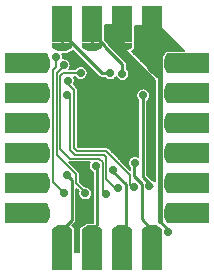
<source format=gbl>
G04 DipTrace 2.4.0.2*
%INPCA9685.gbl*%
%MOMM*%
%ADD10C,0.25*%
%ADD13C,0.152*%
%ADD15C,0.4*%
%ADD16C,0.254*%
%ADD21R,1.7X1.6*%
%ADD22R,1.7X2.032*%
%ADD23R,1.6X1.7*%
%ADD24R,2.032X1.7*%
%ADD40C,0.711*%
%ADD41C,0.711*%
%FSLAX53Y53*%
G04*
G71*
G90*
G75*
G01*
%LNBottom*%
%LPD*%
X13279Y27049D2*
D13*
Y26218D1*
X13039Y25978D1*
Y16480D1*
X13999Y15520D1*
X13944Y26345D2*
Y26252D1*
X13348Y25656D1*
Y18762D1*
X14995Y17115D1*
Y16350D1*
X15843Y15501D1*
X15767D1*
X15385Y25693D2*
X13870D1*
X13654Y25477D1*
Y19297D1*
X14499Y18452D1*
X16957D1*
X17240Y18169D1*
Y15739D1*
X17501Y15478D1*
X18521Y15996D2*
X18301D1*
X17561Y16736D1*
Y18617D1*
X17388Y18791D1*
X14887D1*
X14481Y19197D1*
Y23559D1*
X14244Y23796D1*
X14305Y25053D2*
Y24802D1*
X14830Y24278D1*
Y19332D1*
X15060Y19102D1*
X17544D1*
X19554Y17093D1*
Y16199D1*
X19705Y16048D1*
X19865D1*
X19889Y16072D1*
X21207Y16141D2*
D10*
X21385D1*
X20635Y16891D1*
Y23755D1*
X20677Y23797D1*
X18890Y27888D2*
D15*
Y29050D1*
Y30320D1*
Y29050D2*
Y27740D1*
X20739Y25892D1*
Y24749D1*
X20735Y24745D1*
X19467D1*
X17904Y23183D1*
X20735Y24745D2*
Y25087D1*
X21507Y24316D1*
Y18073D1*
X21309Y17875D1*
X17904Y23183D2*
X18984D1*
Y22148D1*
X18969Y22133D1*
Y20918D1*
Y19883D1*
X18984Y19868D1*
X17949D1*
X17934Y19883D1*
Y20903D1*
X17919Y20918D1*
X16704Y22133D1*
Y23168D1*
X16719Y23183D1*
X16878D1*
X17418Y22643D1*
Y22620D1*
X17904Y22133D1*
Y23183D2*
Y22133D1*
X16719Y23183D2*
X15669D1*
Y22148D1*
X15684Y22133D1*
Y20963D1*
X15669Y20948D1*
X16674D1*
X16689Y20933D1*
Y19913D1*
X16719Y19883D1*
X15669D1*
X10000Y26510D2*
D10*
X11270D1*
X12433D1*
Y23970D2*
X11270D1*
X10000D1*
X12433Y21430D2*
X11270D1*
X10000D1*
X12433Y18890D2*
X11270D1*
X10000D1*
X12433Y16350D2*
X11270D1*
X10000D1*
X12433Y13810D2*
X11270D1*
X10000D1*
X14214Y17060D2*
X14639Y16635D1*
Y13261D1*
X13810Y12433D1*
Y11270D1*
Y10000D1*
X16651Y17852D2*
X16789D1*
Y12872D1*
X16350Y12433D1*
Y11270D1*
Y10000D1*
X18153Y17443D2*
Y17324D1*
X19189Y16287D1*
Y12134D1*
X18890Y12433D1*
Y11270D1*
Y10000D1*
X19971Y18077D2*
X19921D1*
Y16956D1*
X20544Y16333D1*
Y13318D1*
X21430Y12433D1*
Y11270D1*
Y10000D1*
X22808Y13810D2*
X23970D1*
X25240D1*
X22808Y16350D2*
X23970D1*
X25240D1*
X22808Y18890D2*
X23970D1*
X25240D1*
X22808Y21430D2*
X23970D1*
X25240D1*
X22808Y23970D2*
X23970D1*
X25240D1*
X22808Y26510D2*
X23970D1*
X25240D1*
X18919Y25608D2*
Y26476D1*
X17458Y27937D1*
Y27942D1*
X16350Y29050D1*
Y30320D2*
Y29050D1*
Y27888D1*
X17899Y25663D2*
X17197D1*
X13810Y29050D1*
Y27888D2*
Y29050D1*
Y30320D1*
X21430Y27888D2*
D15*
Y29050D1*
Y30320D1*
Y29050D2*
Y27693D1*
X22080Y27044D1*
Y13160D1*
D16*
X22815Y12425D1*
Y12230D1*
D41*
X20735Y24745D3*
X20677Y23797D3*
X17899Y25663D3*
X18919Y25608D3*
X13279Y27049D3*
X13944Y26345D3*
X15385Y25693D3*
X14244Y23796D3*
X14305Y25053D3*
X14214Y17060D3*
X18153Y17443D3*
X19971Y18077D3*
X16651Y17852D3*
X22815Y12230D3*
X19889Y16072D3*
X21207Y16141D3*
X18521Y15996D3*
X13999Y15520D3*
X15767Y15501D3*
X17501Y15478D3*
X21309Y17875D3*
X17449Y29595D2*
D13*
X18345D1*
X17449Y29447D2*
X18404D1*
X17449Y29298D2*
X18461D1*
X17449Y29149D2*
X18521D1*
X17449Y29001D2*
X18580D1*
X17449Y28852D2*
X18639D1*
X17449Y28703D2*
X18696D1*
X17449Y28555D2*
X18756D1*
X17516Y28406D2*
X18815D1*
X17665Y28257D2*
X18875D1*
X17810Y28109D2*
X18932D1*
X17957Y27960D2*
X18991D1*
X18107Y27811D2*
X19050D1*
X18254Y27663D2*
X19110D1*
X14649Y27514D2*
X14823D1*
X18404D2*
X19167D1*
X14362Y27365D2*
X14972D1*
X18553D2*
X19252D1*
X13860Y27217D2*
X15120D1*
X18701D2*
X19409D1*
X13884Y27068D2*
X15269D1*
X18850D2*
X19566D1*
X14091Y26919D2*
X15419D1*
X18998D2*
X19722D1*
X14366Y26771D2*
X15566D1*
X19147D2*
X19879D1*
X14480Y26622D2*
X15716D1*
X19261D2*
X20036D1*
X14535Y26473D2*
X15863D1*
X19292D2*
X20193D1*
X14549Y26325D2*
X16013D1*
X19292D2*
X20349D1*
X14523Y26176D2*
X15032D1*
X15737D2*
X16162D1*
X19292D2*
X20506D1*
X14457Y26027D2*
X14885D1*
X15884D2*
X16310D1*
X19349D2*
X20663D1*
X15960Y25879D2*
X16459D1*
X19458D2*
X20820D1*
X15988Y25730D2*
X16606D1*
X19511D2*
X20976D1*
X15979Y25581D2*
X16756D1*
X19522D2*
X21133D1*
X15929Y25433D2*
X16906D1*
X19496D2*
X21290D1*
X14863Y25284D2*
X14945D1*
X15825D2*
X17433D1*
X19427D2*
X21447D1*
X14903Y25135D2*
X15177D1*
X15592D2*
X17621D1*
X18178D2*
X18552D1*
X19287D2*
X21603D1*
X14905Y24987D2*
X21632D1*
X14870Y24838D2*
X21632D1*
X14872Y24689D2*
X21632D1*
X15019Y24541D2*
X21632D1*
X15133Y24392D2*
X21632D1*
X15155Y24243D2*
X20278D1*
X21078D2*
X21632D1*
X15155Y24095D2*
X20152D1*
X21202D2*
X21632D1*
X15155Y23946D2*
X20093D1*
X21263D2*
X21632D1*
X15155Y23797D2*
X20072D1*
X21282D2*
X21632D1*
X15155Y23649D2*
X20091D1*
X21263D2*
X21632D1*
X15155Y23500D2*
X20152D1*
X21202D2*
X21632D1*
X15155Y23351D2*
X20262D1*
X21078D2*
X21632D1*
X15155Y23203D2*
X20262D1*
X21009D2*
X21632D1*
X15155Y23054D2*
X20262D1*
X21009D2*
X21632D1*
X15155Y22905D2*
X20262D1*
X21009D2*
X21632D1*
X15155Y22757D2*
X20262D1*
X21009D2*
X21632D1*
X15155Y22608D2*
X20262D1*
X21009D2*
X21632D1*
X15155Y22459D2*
X20262D1*
X21009D2*
X21632D1*
X15155Y22311D2*
X20262D1*
X21009D2*
X21632D1*
X15155Y22162D2*
X20262D1*
X21009D2*
X21632D1*
X15155Y22013D2*
X20262D1*
X21009D2*
X21632D1*
X15155Y21865D2*
X20262D1*
X21009D2*
X21632D1*
X15155Y21716D2*
X20262D1*
X21009D2*
X21632D1*
X15155Y21567D2*
X20262D1*
X21009D2*
X21632D1*
X15155Y21419D2*
X20262D1*
X21009D2*
X21632D1*
X15155Y21270D2*
X20262D1*
X21009D2*
X21632D1*
X15155Y21121D2*
X20262D1*
X21009D2*
X21632D1*
X15155Y20973D2*
X20262D1*
X21009D2*
X21632D1*
X15155Y20824D2*
X20262D1*
X21009D2*
X21632D1*
X15155Y20675D2*
X20262D1*
X21009D2*
X21632D1*
X15155Y20527D2*
X20262D1*
X21009D2*
X21632D1*
X15155Y20378D2*
X20262D1*
X21009D2*
X21632D1*
X15155Y20229D2*
X20262D1*
X21009D2*
X21632D1*
X15155Y20081D2*
X20262D1*
X21009D2*
X21632D1*
X15155Y19932D2*
X20262D1*
X21009D2*
X21632D1*
X15155Y19783D2*
X20262D1*
X21009D2*
X21632D1*
X15155Y19635D2*
X20262D1*
X21009D2*
X21632D1*
X15155Y19486D2*
X20262D1*
X21009D2*
X21632D1*
X17763Y19337D2*
X20262D1*
X21009D2*
X21632D1*
X17912Y19189D2*
X20262D1*
X21009D2*
X21632D1*
X18059Y19040D2*
X20262D1*
X21009D2*
X21632D1*
X18209Y18891D2*
X20262D1*
X21009D2*
X21632D1*
X18356Y18743D2*
X20262D1*
X21009D2*
X21632D1*
X18506Y18594D2*
X19673D1*
X21009D2*
X21632D1*
X18656Y18445D2*
X19494D1*
X21009D2*
X21632D1*
X18803Y18297D2*
X19409D1*
X21009D2*
X21632D1*
X18952Y18148D2*
X19371D1*
X21009D2*
X21632D1*
X14563Y17999D2*
X16065D1*
X19100D2*
X19371D1*
X21009D2*
X21632D1*
X14713Y17851D2*
X16046D1*
X19249D2*
X19411D1*
X21009D2*
X21632D1*
X14860Y17702D2*
X16065D1*
X19399D2*
X19502D1*
X21009D2*
X21632D1*
X15010Y17553D2*
X16127D1*
X21009D2*
X21632D1*
X15160Y17405D2*
X16253D1*
X21009D2*
X21632D1*
X15285Y17256D2*
X16416D1*
X21009D2*
X21632D1*
X15321Y17107D2*
X16416D1*
X21009D2*
X21632D1*
X15321Y16959D2*
X16416D1*
X21090D2*
X21632D1*
X15321Y16810D2*
X16416D1*
X21240D2*
X21632D1*
X15321Y16661D2*
X16416D1*
X21498D2*
X21632D1*
X15321Y16513D2*
X16416D1*
X15433Y16364D2*
X16416D1*
X15582Y16215D2*
X16416D1*
X15948Y16067D2*
X16416D1*
X16197Y15918D2*
X16416D1*
X15012Y15769D2*
X15122D1*
X16307D2*
X16416D1*
X15012Y15621D2*
X15174D1*
X15012Y15472D2*
X15162D1*
X15012Y15323D2*
X15189D1*
X15012Y15175D2*
X15260D1*
X16273D2*
X16416D1*
X15012Y15026D2*
X15402D1*
X16131D2*
X16416D1*
X15012Y14877D2*
X16416D1*
X15012Y14729D2*
X16416D1*
X15012Y14580D2*
X16416D1*
X15012Y14431D2*
X16416D1*
X15012Y14283D2*
X16416D1*
X15012Y14134D2*
X16416D1*
X15012Y13985D2*
X16416D1*
X15012Y13837D2*
X16416D1*
X15012Y13688D2*
X16416D1*
X15012Y13539D2*
X16416D1*
X15012Y13391D2*
X16416D1*
X15012Y13242D2*
X16416D1*
X14972Y13093D2*
X16416D1*
X14844Y12945D2*
X15780D1*
X14696Y12796D2*
X15490D1*
X14877Y12647D2*
X15284D1*
X14908Y12499D2*
X15250D1*
X14908Y12350D2*
X15250D1*
X14908Y12201D2*
X15250D1*
X14908Y12053D2*
X15250D1*
X14908Y11904D2*
X15250D1*
X14908Y11755D2*
X15250D1*
X14908Y11607D2*
X15250D1*
X14908Y11458D2*
X15250D1*
X14908Y11309D2*
X15250D1*
X14908Y11161D2*
X15250D1*
X14908Y11012D2*
X15250D1*
X14908Y10863D2*
X15250D1*
X14908Y10715D2*
X15250D1*
X17434Y29744D2*
Y28471D1*
X17706Y28201D1*
X17980Y27923D1*
X19173Y26730D1*
X19221Y26671D1*
X19255Y26603D1*
X19272Y26540D1*
X19278Y26400D1*
Y26075D1*
X19354Y26006D1*
X19402Y25947D1*
X19441Y25882D1*
X19472Y25812D1*
X19494Y25740D1*
X19509Y25608D1*
X19504Y25532D1*
X19489Y25457D1*
X19465Y25385D1*
X19432Y25317D1*
X19391Y25253D1*
X19341Y25196D1*
X19285Y25145D1*
X19222Y25102D1*
X19155Y25067D1*
X19083Y25041D1*
X19009Y25025D1*
X18933Y25018D1*
X18857Y25021D1*
X18783Y25034D1*
X18710Y25056D1*
X18641Y25088D1*
X18576Y25128D1*
X18518Y25176D1*
X18465Y25231D1*
X18421Y25292D1*
X18395Y25340D1*
X18321Y25251D1*
X18264Y25200D1*
X18202Y25157D1*
X18134Y25122D1*
X18063Y25096D1*
X17989Y25080D1*
X17913Y25073D1*
X17837Y25076D1*
X17762Y25089D1*
X17690Y25111D1*
X17621Y25143D1*
X17556Y25183D1*
X17497Y25231D1*
X17433Y25303D1*
X17197Y25304D1*
X17122Y25312D1*
X17050Y25335D1*
X16992Y25368D1*
X16890Y25463D1*
X14767Y27582D1*
X14242Y27312D1*
X14168Y27289D1*
X14059Y27286D1*
X13819D1*
X13854Y27181D1*
X13869Y27049D1*
X13855Y26929D1*
X13977Y26934D1*
X14052Y26924D1*
X14126Y26906D1*
X14197Y26878D1*
X14263Y26841D1*
X14324Y26796D1*
X14379Y26743D1*
X14426Y26684D1*
X14466Y26619D1*
X14497Y26550D1*
X14519Y26477D1*
X14533Y26345D1*
X14529Y26269D1*
X14514Y26194D1*
X14490Y26122D1*
X14457Y26054D1*
X14424Y26004D1*
X14884Y26003D1*
X14943Y26084D1*
X14997Y26137D1*
X15058Y26183D1*
X15123Y26221D1*
X15193Y26250D1*
X15267Y26270D1*
X15342Y26281D1*
X15418D1*
X15493Y26272D1*
X15567Y26253D1*
X15637Y26225D1*
X15704Y26188D1*
X15765Y26143D1*
X15820Y26091D1*
X15867Y26031D1*
X15907Y25967D1*
X15938Y25897D1*
X15959Y25824D1*
X15974Y25693D1*
X15969Y25617D1*
X15955Y25542D1*
X15931Y25470D1*
X15898Y25402D1*
X15856Y25338D1*
X15807Y25281D1*
X15750Y25230D1*
X15688Y25187D1*
X15620Y25152D1*
X15549Y25126D1*
X15475Y25110D1*
X15399Y25103D1*
X15323Y25106D1*
X15248Y25119D1*
X15176Y25141D1*
X15106Y25173D1*
X15042Y25213D1*
X14983Y25261D1*
X14931Y25316D1*
X14883Y25384D1*
X14793Y25382D1*
X14827Y25327D1*
X14858Y25258D1*
X14879Y25185D1*
X14894Y25053D1*
X14890Y24977D1*
X14875Y24903D1*
X14851Y24831D1*
X14803Y24741D1*
X15049Y24497D1*
X15096Y24437D1*
X15126Y24368D1*
X15140Y24278D1*
Y19459D1*
X15188Y19412D1*
X17544D1*
X17620Y19403D1*
X17690Y19376D1*
X17764Y19321D1*
X19562Y17523D1*
Y17652D1*
X19517Y17701D1*
X19473Y17762D1*
X19436Y17829D1*
X19409Y17900D1*
X19390Y17973D1*
X19382Y18049D1*
X19383Y18125D1*
X19394Y18200D1*
X19415Y18273D1*
X19444Y18343D1*
X19483Y18408D1*
X19529Y18468D1*
X19583Y18522D1*
X19644Y18568D1*
X19709Y18606D1*
X19780Y18635D1*
X19853Y18655D1*
X19928Y18666D1*
X20004D1*
X20079Y18657D1*
X20153Y18638D1*
X20224Y18610D1*
X20275Y18581D1*
X20276Y23365D1*
X20223Y23420D1*
X20179Y23482D1*
X20142Y23548D1*
X20115Y23619D1*
X20097Y23693D1*
X20088Y23768D1*
X20089Y23844D1*
X20100Y23920D1*
X20121Y23993D1*
X20151Y24063D1*
X20189Y24128D1*
X20236Y24188D1*
X20290Y24242D1*
X20350Y24288D1*
X20416Y24326D1*
X20486Y24355D1*
X20559Y24375D1*
X20634Y24385D1*
X20710Y24386D1*
X20786Y24377D1*
X20859Y24358D1*
X20930Y24330D1*
X20996Y24293D1*
X21057Y24248D1*
X21112Y24195D1*
X21160Y24136D1*
X21199Y24071D1*
X21230Y24002D1*
X21252Y23929D1*
X21267Y23797D1*
X21262Y23721D1*
X21247Y23647D1*
X21223Y23575D1*
X21190Y23506D1*
X21149Y23443D1*
X21099Y23385D1*
X21043Y23334D1*
X20994Y23299D1*
X20996Y17037D1*
X21316Y16720D1*
X21390Y16701D1*
X21460Y16673D1*
X21527Y16636D1*
X21588Y16591D1*
X21647Y16533D1*
X21646Y19012D1*
Y25109D1*
X19264Y27367D1*
X19218Y27429D1*
X18956Y28087D1*
X18305Y29737D1*
X18274Y29744D1*
X17435D1*
X17434Y29070D1*
X17432D1*
X14894Y12000D2*
Y10577D1*
X15268Y10576D1*
X15266Y10996D1*
X15268Y12304D1*
X15267Y12315D1*
X15266Y12530D1*
X15278Y12605D1*
X15314Y12672D1*
X15371Y12725D1*
X15461Y12773D1*
X15918Y13008D1*
X15992Y13031D1*
X16101Y13034D1*
X16431D1*
X16430Y17306D1*
X16373Y17332D1*
X16308Y17372D1*
X16249Y17420D1*
X16197Y17476D1*
X16152Y17537D1*
X16116Y17604D1*
X16088Y17675D1*
X16070Y17748D1*
X16062Y17824D1*
X16063Y17900D1*
X16074Y17975D1*
X16094Y18048D1*
X16137Y18140D1*
X14499Y18141D1*
X14396Y18159D1*
X14481Y18068D1*
X15214Y17335D1*
X15261Y17275D1*
X15292Y17205D1*
X15305Y17115D1*
Y16476D1*
X15696Y16087D1*
X15800Y16090D1*
X15875Y16081D1*
X15949Y16062D1*
X16019Y16034D1*
X16086Y15997D1*
X16147Y15952D1*
X16202Y15899D1*
X16249Y15840D1*
X16289Y15775D1*
X16320Y15706D1*
X16341Y15633D1*
X16356Y15501D1*
X16351Y15426D1*
X16337Y15351D1*
X16313Y15279D1*
X16280Y15211D1*
X16238Y15147D1*
X16188Y15089D1*
X16132Y15039D1*
X16070Y14995D1*
X16002Y14961D1*
X15931Y14935D1*
X15856Y14919D1*
X15781Y14912D1*
X15705Y14915D1*
X15630Y14928D1*
X15557Y14950D1*
X15488Y14981D1*
X15424Y15021D1*
X15365Y15069D1*
X15313Y15125D1*
X15268Y15186D1*
X15232Y15253D1*
X15204Y15324D1*
X15186Y15397D1*
X15178Y15473D1*
X15179Y15549D1*
X15190Y15624D1*
X15210Y15695D1*
X14997Y15908D1*
X14998Y13261D1*
X14990Y13186D1*
X14966Y13114D1*
X14934Y13056D1*
X14839Y12954D1*
X14673Y12787D1*
X14767Y12738D1*
X14828Y12693D1*
X14871Y12631D1*
X14892Y12556D1*
X14894Y12454D1*
Y12000D1*
X19989Y29571D2*
X22111D1*
X19989Y29422D2*
X22261D1*
X19989Y29273D2*
X22411D1*
X19989Y29124D2*
X22561D1*
X19989Y28975D2*
X22711D1*
X19989Y28825D2*
X22861D1*
X19989Y28676D2*
X23011D1*
X19989Y28527D2*
X23161D1*
X19989Y28378D2*
X23311D1*
X19989Y28229D2*
X23461D1*
X19989Y28080D2*
X23611D1*
X19989Y27931D2*
X23761D1*
X19989Y27782D2*
X23911D1*
X19929Y27633D2*
X24063D1*
X19777Y27484D2*
X22497D1*
X19924Y27335D2*
X22418D1*
X20074Y27186D2*
X22342D1*
X20224Y27037D2*
X22266D1*
X20372Y26888D2*
X22196D1*
X20522Y26739D2*
X22189D1*
X20670Y26589D2*
X22189D1*
X20820Y26440D2*
X22189D1*
X20970Y26291D2*
X22189D1*
X21108Y26142D2*
X22194D1*
X21179Y25993D2*
X22168D1*
X21336Y25844D2*
X22101D1*
X21494Y25695D2*
X22035D1*
X21651Y25546D2*
X21968D1*
X21808Y25397D2*
X21901D1*
X19975Y29711D2*
X19972Y28015D1*
X19975Y27950D1*
Y27790D1*
X19962Y27715D1*
X19927Y27648D1*
X19870Y27595D1*
X19780Y27546D1*
X19727Y27519D1*
X21046Y26199D1*
X21095Y26141D1*
X21133Y26075D1*
X21159Y26001D1*
X21149Y26033D1*
X21192Y25967D1*
X21878Y25316D1*
X22147Y25912D1*
X22225Y26088D1*
X22211Y26134D1*
X22205Y26261D1*
Y26835D1*
X22219Y26912D1*
X22266Y27010D1*
X22501Y27467D1*
X22546Y27528D1*
X22609Y27572D1*
X22684Y27593D1*
X22786Y27595D1*
X24119D1*
X23950Y27760D1*
X22001Y29695D1*
X19972Y29710D1*
X19975Y29437D1*
X19972Y29069D1*
D21*
X21430Y29050D3*
X18890D3*
X16350D3*
X13810D3*
G36*
X18040Y27790D2*
Y28255D1*
X19740D1*
Y27790D1*
X19215Y27520D1*
X18565D1*
X18040Y27790D1*
G37*
G36*
X20580D2*
Y28255D1*
X22280D1*
Y27790D1*
X21755Y27520D1*
X21105D1*
X20580Y27790D1*
G37*
G36*
X12960D2*
Y28255D1*
X14660D1*
Y27790D1*
X14135Y27520D1*
X13485D1*
X12960Y27790D1*
G37*
G36*
X15500D2*
Y28255D1*
X17200D1*
Y27790D1*
X16675Y27520D1*
X16025D1*
X15500Y27790D1*
G37*
D22*
X21430Y30320D3*
X18890D3*
X16350D3*
X13810D3*
D21*
Y11270D3*
X16350D3*
X18890D3*
X21430D3*
G36*
X17200Y12530D2*
Y12065D1*
X15500D1*
Y12530D1*
X16025Y12800D1*
X16675D1*
X17200Y12530D1*
G37*
G36*
X14660D2*
Y12065D1*
X12960D1*
Y12530D1*
X13485Y12800D1*
X14135D1*
X14660Y12530D1*
G37*
G36*
X22280D2*
Y12065D1*
X20580D1*
Y12530D1*
X21105Y12800D1*
X21755D1*
X22280Y12530D1*
G37*
G36*
X19740D2*
Y12065D1*
X18040D1*
Y12530D1*
X18565Y12800D1*
X19215D1*
X19740Y12530D1*
G37*
D22*
X13810Y10000D3*
X16350D3*
X18890D3*
X21430D3*
D23*
X11270Y26510D3*
Y23970D3*
Y21430D3*
Y18890D3*
Y16350D3*
Y13810D3*
G36*
X12530Y23120D2*
X12065D1*
Y24820D1*
X12530D1*
X12800Y24295D1*
Y23645D1*
X12530Y23120D1*
G37*
G36*
Y25660D2*
X12065D1*
Y27360D1*
X12530D1*
X12800Y26835D1*
Y26185D1*
X12530Y25660D1*
G37*
G36*
Y20580D2*
X12065D1*
Y22280D1*
X12530D1*
X12800Y21755D1*
Y21105D1*
X12530Y20580D1*
G37*
G36*
Y15500D2*
X12065D1*
Y17200D1*
X12530D1*
X12800Y16675D1*
Y16025D1*
X12530Y15500D1*
G37*
G36*
Y18040D2*
X12065D1*
Y19740D1*
X12530D1*
X12800Y19215D1*
Y18565D1*
X12530Y18040D1*
G37*
G36*
Y12960D2*
X12065D1*
Y14660D1*
X12530D1*
X12800Y14135D1*
Y13485D1*
X12530Y12960D1*
G37*
D24*
X10000Y26510D3*
Y23970D3*
Y21430D3*
Y18890D3*
Y16350D3*
Y13810D3*
D23*
X23970D3*
Y16350D3*
Y18890D3*
Y21430D3*
Y23970D3*
Y26510D3*
G36*
X22710Y17200D2*
X23175D1*
Y15500D1*
X22710D1*
X22440Y16025D1*
Y16675D1*
X22710Y17200D1*
G37*
G36*
Y14660D2*
X23175D1*
Y12960D1*
X22710D1*
X22440Y13485D1*
Y14135D1*
X22710Y14660D1*
G37*
G36*
Y19740D2*
X23175D1*
Y18040D1*
X22710D1*
X22440Y18565D1*
Y19215D1*
X22710Y19740D1*
G37*
G36*
Y24820D2*
X23175D1*
Y23120D1*
X22710D1*
X22440Y23645D1*
Y24295D1*
X22710Y24820D1*
G37*
G36*
Y22280D2*
X23175D1*
Y20580D1*
X22710D1*
X22440Y21105D1*
Y21755D1*
X22710Y22280D1*
G37*
G36*
Y27360D2*
X23175D1*
Y25660D1*
X22710D1*
X22440Y26185D1*
Y26835D1*
X22710Y27360D1*
G37*
D24*
X25240Y13810D3*
Y16350D3*
Y18890D3*
Y21430D3*
Y23970D3*
Y26510D3*
G36*
X19557Y18466D2*
X19528Y18656D1*
X19468Y18804D1*
X19392Y18898D1*
X19316Y18974D1*
X19203Y19037D1*
X19138Y19063D1*
X19043Y19083D1*
X18992Y19093D1*
X18910Y19098D1*
X18845Y19075D1*
X18807Y19037D1*
X18781Y19012D1*
X18717Y18999D1*
X18692Y19004D1*
X18641Y19019D1*
X18614Y19050D1*
X18515Y18968D1*
X18565Y18892D1*
Y18874D1*
X18476Y18838D1*
X18464Y18783D1*
X18454Y18682D1*
X18706Y18788D1*
X18738D1*
X18781Y18781D1*
X18791Y18758D1*
X18771Y18707D1*
X18656Y18644D1*
X18484Y18573D1*
X18509Y18522D1*
X18573Y18468D1*
X18763Y18542D1*
X18757Y18504D1*
Y18466D1*
X19557D1*
G37*
D40*
X18984Y19868D3*
X18969Y20918D3*
X16719Y19883D3*
X15669Y20948D3*
X17934Y19883D3*
X15669D3*
X16689Y20933D3*
X17919Y20918D3*
X18969Y22133D3*
X18984Y23183D3*
X16704Y22133D3*
X15669Y23183D3*
X17904Y22133D3*
X15684D3*
X16719Y23183D3*
X17904D3*
M02*

</source>
